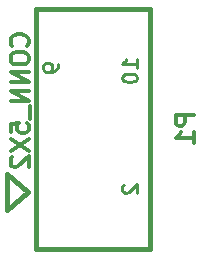
<source format=gbo>
G04 (created by PCBNEW-RS274X (2011-07-19)-testing) date Tue 10 Jan 2012 02:34:43 PM PST*
G01*
G70*
G90*
%MOIN*%
G04 Gerber Fmt 3.4, Leading zero omitted, Abs format*
%FSLAX34Y34*%
G04 APERTURE LIST*
%ADD10C,0.006000*%
%ADD11C,0.015000*%
%ADD12C,0.012000*%
%ADD13C,0.010000*%
G04 APERTURE END LIST*
G54D10*
G54D11*
X55900Y-29000D02*
X55900Y-21000D01*
X55900Y-21000D02*
X52100Y-21000D01*
X52100Y-21000D02*
X52100Y-29000D01*
X52100Y-29000D02*
X55900Y-29000D01*
X51126Y-27717D02*
X51126Y-26535D01*
X51839Y-27112D02*
X51139Y-27712D01*
X51140Y-26512D02*
X51840Y-27112D01*
G54D12*
X57343Y-24558D02*
X56743Y-24558D01*
X56743Y-24786D01*
X56771Y-24844D01*
X56800Y-24872D01*
X56857Y-24901D01*
X56943Y-24901D01*
X57000Y-24872D01*
X57029Y-24844D01*
X57057Y-24786D01*
X57057Y-24558D01*
X57343Y-25472D02*
X57343Y-25129D01*
X57343Y-25301D02*
X56743Y-25301D01*
X56829Y-25244D01*
X56886Y-25186D01*
X56914Y-25129D01*
X51786Y-22233D02*
X51814Y-22204D01*
X51843Y-22118D01*
X51843Y-22061D01*
X51814Y-21976D01*
X51757Y-21918D01*
X51700Y-21890D01*
X51586Y-21861D01*
X51500Y-21861D01*
X51386Y-21890D01*
X51329Y-21918D01*
X51271Y-21976D01*
X51243Y-22061D01*
X51243Y-22118D01*
X51271Y-22204D01*
X51300Y-22233D01*
X51243Y-22604D02*
X51243Y-22718D01*
X51271Y-22776D01*
X51329Y-22833D01*
X51443Y-22861D01*
X51643Y-22861D01*
X51757Y-22833D01*
X51814Y-22776D01*
X51843Y-22718D01*
X51843Y-22604D01*
X51814Y-22547D01*
X51757Y-22490D01*
X51643Y-22461D01*
X51443Y-22461D01*
X51329Y-22490D01*
X51271Y-22547D01*
X51243Y-22604D01*
X51843Y-23119D02*
X51243Y-23119D01*
X51843Y-23462D01*
X51243Y-23462D01*
X51843Y-23748D02*
X51243Y-23748D01*
X51843Y-24091D01*
X51243Y-24091D01*
X51900Y-24234D02*
X51900Y-24691D01*
X51243Y-25120D02*
X51243Y-24834D01*
X51529Y-24805D01*
X51500Y-24834D01*
X51471Y-24891D01*
X51471Y-25034D01*
X51500Y-25091D01*
X51529Y-25120D01*
X51586Y-25148D01*
X51729Y-25148D01*
X51786Y-25120D01*
X51814Y-25091D01*
X51843Y-25034D01*
X51843Y-24891D01*
X51814Y-24834D01*
X51786Y-24805D01*
X51243Y-25348D02*
X51843Y-25748D01*
X51243Y-25748D02*
X51843Y-25348D01*
X51300Y-25947D02*
X51271Y-25976D01*
X51243Y-26033D01*
X51243Y-26176D01*
X51271Y-26233D01*
X51300Y-26262D01*
X51357Y-26290D01*
X51414Y-26290D01*
X51500Y-26262D01*
X51843Y-25919D01*
X51843Y-26290D01*
G54D13*
X55462Y-22976D02*
X55462Y-22690D01*
X55462Y-22833D02*
X54962Y-22833D01*
X55034Y-22785D01*
X55081Y-22738D01*
X55105Y-22690D01*
X54962Y-23285D02*
X54962Y-23333D01*
X54986Y-23381D01*
X55010Y-23404D01*
X55058Y-23428D01*
X55153Y-23452D01*
X55272Y-23452D01*
X55367Y-23428D01*
X55415Y-23404D01*
X55439Y-23381D01*
X55462Y-23333D01*
X55462Y-23285D01*
X55439Y-23238D01*
X55415Y-23214D01*
X55367Y-23190D01*
X55272Y-23166D01*
X55153Y-23166D01*
X55058Y-23190D01*
X55010Y-23214D01*
X54986Y-23238D01*
X54962Y-23285D01*
X52824Y-22858D02*
X52824Y-22953D01*
X52801Y-23001D01*
X52777Y-23025D01*
X52705Y-23072D01*
X52610Y-23096D01*
X52420Y-23096D01*
X52372Y-23072D01*
X52348Y-23048D01*
X52324Y-23001D01*
X52324Y-22905D01*
X52348Y-22858D01*
X52372Y-22834D01*
X52420Y-22810D01*
X52539Y-22810D01*
X52586Y-22834D01*
X52610Y-22858D01*
X52634Y-22905D01*
X52634Y-23001D01*
X52610Y-23048D01*
X52586Y-23072D01*
X52539Y-23096D01*
X55010Y-26865D02*
X54986Y-26889D01*
X54962Y-26937D01*
X54962Y-27056D01*
X54986Y-27103D01*
X55010Y-27127D01*
X55058Y-27151D01*
X55105Y-27151D01*
X55177Y-27127D01*
X55462Y-26841D01*
X55462Y-27151D01*
M02*

</source>
